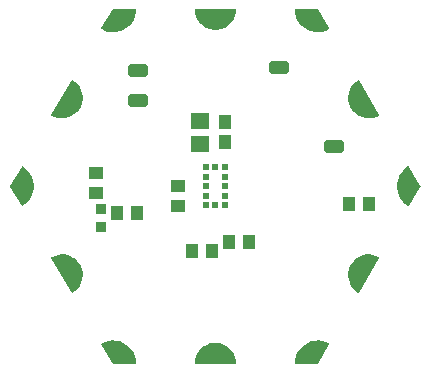
<source format=gbr>
G04 EAGLE Gerber RS-274X export*
G75*
%MOMM*%
%FSLAX34Y34*%
%LPD*%
%INSoldermask Top*%
%IPPOS*%
%AMOC8*
5,1,8,0,0,1.08239X$1,22.5*%
G01*
%ADD10R,0.901600X0.901600*%
%ADD11R,1.101600X1.201600*%
%ADD12R,1.201600X1.101600*%
%ADD13C,0.605878*%
%ADD14C,1.101600*%
%ADD15R,0.601600X0.601600*%
%ADD16R,1.601600X1.401600*%

G36*
X363231Y195709D02*
X363231Y195709D01*
X363260Y195706D01*
X363327Y195728D01*
X363397Y195742D01*
X363421Y195759D01*
X363449Y195768D01*
X363502Y195815D01*
X363561Y195855D01*
X363577Y195879D01*
X363599Y195899D01*
X363630Y195963D01*
X363668Y196022D01*
X363673Y196051D01*
X363685Y196077D01*
X363694Y196177D01*
X363701Y196219D01*
X363698Y196229D01*
X363700Y196243D01*
X363468Y199041D01*
X363458Y199075D01*
X363454Y199123D01*
X362765Y201844D01*
X362750Y201876D01*
X362738Y201922D01*
X361610Y204494D01*
X361590Y204522D01*
X361571Y204566D01*
X360035Y206917D01*
X360011Y206941D01*
X359985Y206982D01*
X358083Y209047D01*
X358055Y209068D01*
X358022Y209103D01*
X355807Y210828D01*
X355776Y210843D01*
X355738Y210873D01*
X353268Y212209D01*
X353235Y212219D01*
X353193Y212242D01*
X352007Y212650D01*
X350553Y213149D01*
X350537Y213154D01*
X350503Y213159D01*
X350457Y213174D01*
X347688Y213636D01*
X347653Y213635D01*
X347606Y213643D01*
X344798Y213643D01*
X344764Y213636D01*
X344716Y213636D01*
X341947Y213174D01*
X341914Y213162D01*
X341867Y213154D01*
X339211Y212242D01*
X339181Y212225D01*
X339136Y212209D01*
X336666Y210873D01*
X336640Y210851D01*
X336597Y210828D01*
X334382Y209103D01*
X334359Y209077D01*
X334321Y209047D01*
X332419Y206982D01*
X332401Y206952D01*
X332369Y206917D01*
X330833Y204566D01*
X330820Y204534D01*
X330794Y204494D01*
X329666Y201922D01*
X329659Y201889D01*
X329656Y201882D01*
X329650Y201873D01*
X329649Y201867D01*
X329639Y201844D01*
X328950Y199123D01*
X328948Y199088D01*
X328936Y199041D01*
X328704Y196243D01*
X328708Y196214D01*
X328703Y196185D01*
X328720Y196116D01*
X328728Y196046D01*
X328742Y196020D01*
X328749Y195992D01*
X328791Y195935D01*
X328826Y195873D01*
X328850Y195855D01*
X328867Y195832D01*
X328928Y195796D01*
X328985Y195753D01*
X329013Y195745D01*
X329038Y195730D01*
X329136Y195714D01*
X329177Y195703D01*
X329188Y195705D01*
X329202Y195703D01*
X363202Y195703D01*
X363231Y195709D01*
G37*
G36*
X347640Y478768D02*
X347640Y478768D01*
X347688Y478768D01*
X350457Y479230D01*
X350490Y479242D01*
X350537Y479250D01*
X353193Y480162D01*
X353223Y480179D01*
X353268Y480195D01*
X355738Y481531D01*
X355764Y481553D01*
X355807Y481576D01*
X358022Y483301D01*
X358045Y483327D01*
X358083Y483357D01*
X359985Y485422D01*
X360003Y485452D01*
X360035Y485487D01*
X361571Y487838D01*
X361584Y487870D01*
X361610Y487910D01*
X362738Y490482D01*
X362745Y490515D01*
X362765Y490560D01*
X363454Y493281D01*
X363456Y493316D01*
X363468Y493363D01*
X363700Y496161D01*
X363696Y496190D01*
X363701Y496219D01*
X363685Y496288D01*
X363676Y496358D01*
X363662Y496384D01*
X363655Y496412D01*
X363613Y496469D01*
X363578Y496531D01*
X363554Y496549D01*
X363537Y496572D01*
X363476Y496608D01*
X363419Y496651D01*
X363391Y496659D01*
X363366Y496674D01*
X363268Y496690D01*
X363227Y496701D01*
X363216Y496699D01*
X363202Y496701D01*
X329202Y496701D01*
X329173Y496695D01*
X329144Y496698D01*
X329077Y496676D01*
X329007Y496662D01*
X328983Y496645D01*
X328955Y496636D01*
X328902Y496589D01*
X328843Y496549D01*
X328828Y496525D01*
X328806Y496505D01*
X328774Y496441D01*
X328736Y496382D01*
X328731Y496353D01*
X328719Y496327D01*
X328710Y496227D01*
X328703Y496185D01*
X328706Y496175D01*
X328704Y496161D01*
X328936Y493363D01*
X328946Y493329D01*
X328950Y493281D01*
X329639Y490560D01*
X329654Y490528D01*
X329666Y490482D01*
X330794Y487910D01*
X330814Y487882D01*
X330833Y487838D01*
X332369Y485487D01*
X332393Y485463D01*
X332419Y485422D01*
X334321Y483357D01*
X334349Y483336D01*
X334382Y483301D01*
X336597Y481576D01*
X336628Y481561D01*
X336666Y481531D01*
X339136Y480195D01*
X339169Y480185D01*
X339211Y480162D01*
X341867Y479250D01*
X341901Y479246D01*
X341947Y479230D01*
X344716Y478768D01*
X344751Y478769D01*
X344798Y478761D01*
X347606Y478761D01*
X347640Y478768D01*
G37*
G36*
X224809Y256012D02*
X224809Y256012D01*
X224880Y256009D01*
X224907Y256019D01*
X224936Y256021D01*
X225026Y256063D01*
X225066Y256078D01*
X225074Y256086D01*
X225087Y256092D01*
X227390Y257691D01*
X227414Y257717D01*
X227454Y257744D01*
X229463Y259701D01*
X229482Y259730D01*
X229517Y259763D01*
X231176Y262024D01*
X231191Y262055D01*
X231220Y262094D01*
X232484Y264597D01*
X232493Y264631D01*
X232515Y264674D01*
X233351Y267351D01*
X233354Y267385D01*
X233369Y267431D01*
X233752Y270210D01*
X233750Y270244D01*
X233756Y270292D01*
X233677Y273095D01*
X233669Y273129D01*
X233668Y273177D01*
X233129Y275929D01*
X233115Y275961D01*
X233106Y276009D01*
X232121Y278634D01*
X232106Y278659D01*
X232101Y278679D01*
X232093Y278690D01*
X232086Y278709D01*
X230682Y281137D01*
X230659Y281163D01*
X230635Y281205D01*
X228851Y283368D01*
X228824Y283390D01*
X228793Y283427D01*
X226677Y285268D01*
X226647Y285285D01*
X226611Y285317D01*
X224220Y286784D01*
X224188Y286795D01*
X224147Y286821D01*
X221548Y287874D01*
X221514Y287881D01*
X221469Y287899D01*
X218732Y288510D01*
X218697Y288511D01*
X218650Y288522D01*
X215850Y288674D01*
X215816Y288669D01*
X215768Y288672D01*
X212980Y288362D01*
X212947Y288351D01*
X212899Y288346D01*
X210201Y287581D01*
X210171Y287565D01*
X210124Y287552D01*
X207589Y286353D01*
X207565Y286336D01*
X207538Y286326D01*
X207486Y286277D01*
X207429Y286234D01*
X207415Y286209D01*
X207394Y286189D01*
X207365Y286124D01*
X207329Y286063D01*
X207326Y286034D01*
X207314Y286007D01*
X207313Y285936D01*
X207304Y285865D01*
X207312Y285837D01*
X207312Y285808D01*
X207346Y285715D01*
X207358Y285674D01*
X207365Y285665D01*
X207370Y285652D01*
X224370Y256252D01*
X224389Y256230D01*
X224402Y256204D01*
X224455Y256156D01*
X224502Y256103D01*
X224528Y256091D01*
X224550Y256071D01*
X224617Y256048D01*
X224681Y256018D01*
X224710Y256016D01*
X224738Y256007D01*
X224809Y256012D01*
G37*
G36*
X476588Y403735D02*
X476588Y403735D01*
X476636Y403732D01*
X479424Y404042D01*
X479457Y404053D01*
X479505Y404058D01*
X482203Y404823D01*
X482233Y404839D01*
X482280Y404852D01*
X484815Y406051D01*
X484839Y406068D01*
X484866Y406078D01*
X484918Y406127D01*
X484975Y406170D01*
X484989Y406195D01*
X485011Y406215D01*
X485039Y406280D01*
X485075Y406342D01*
X485078Y406370D01*
X485090Y406397D01*
X485091Y406468D01*
X485100Y406539D01*
X485092Y406567D01*
X485092Y406596D01*
X485058Y406689D01*
X485046Y406730D01*
X485039Y406739D01*
X485034Y406752D01*
X468034Y436152D01*
X468015Y436174D01*
X468002Y436200D01*
X467949Y436248D01*
X467902Y436301D01*
X467876Y436313D01*
X467854Y436333D01*
X467787Y436356D01*
X467723Y436386D01*
X467694Y436388D01*
X467666Y436397D01*
X467595Y436392D01*
X467524Y436395D01*
X467497Y436385D01*
X467468Y436383D01*
X467378Y436341D01*
X467338Y436326D01*
X467330Y436318D01*
X467317Y436312D01*
X465014Y434713D01*
X464990Y434688D01*
X464950Y434660D01*
X462941Y432703D01*
X462922Y432674D01*
X462887Y432641D01*
X461228Y430380D01*
X461213Y430349D01*
X461184Y430310D01*
X459920Y427807D01*
X459911Y427773D01*
X459889Y427730D01*
X459053Y425053D01*
X459050Y425019D01*
X459035Y424973D01*
X458652Y422194D01*
X458654Y422160D01*
X458648Y422112D01*
X458727Y419309D01*
X458735Y419275D01*
X458736Y419227D01*
X459275Y416475D01*
X459289Y416443D01*
X459298Y416395D01*
X460283Y413770D01*
X460301Y413740D01*
X460318Y413695D01*
X461722Y411267D01*
X461745Y411241D01*
X461769Y411200D01*
X463553Y409036D01*
X463580Y409014D01*
X463611Y408977D01*
X465727Y407136D01*
X465757Y407119D01*
X465793Y407088D01*
X468184Y405620D01*
X468216Y405609D01*
X468257Y405583D01*
X470856Y404530D01*
X470890Y404523D01*
X470935Y404505D01*
X473672Y403894D01*
X473707Y403893D01*
X473754Y403882D01*
X476554Y403730D01*
X476588Y403735D01*
G37*
G36*
X467628Y256013D02*
X467628Y256013D01*
X467699Y256012D01*
X467726Y256023D01*
X467755Y256027D01*
X467817Y256061D01*
X467882Y256089D01*
X467903Y256110D01*
X467928Y256124D01*
X467991Y256200D01*
X468021Y256231D01*
X468025Y256241D01*
X468034Y256252D01*
X485034Y285652D01*
X485043Y285680D01*
X485060Y285704D01*
X485075Y285773D01*
X485097Y285841D01*
X485095Y285870D01*
X485101Y285898D01*
X485088Y285968D01*
X485082Y286039D01*
X485069Y286065D01*
X485063Y286093D01*
X485023Y286152D01*
X484991Y286215D01*
X484968Y286234D01*
X484952Y286258D01*
X484870Y286315D01*
X484837Y286342D01*
X484827Y286345D01*
X484815Y286353D01*
X482280Y287552D01*
X482246Y287560D01*
X482203Y287581D01*
X479505Y288346D01*
X479470Y288348D01*
X479424Y288362D01*
X476636Y288672D01*
X476602Y288669D01*
X476554Y288674D01*
X473754Y288522D01*
X473720Y288513D01*
X473672Y288510D01*
X470935Y287899D01*
X470903Y287885D01*
X470856Y287874D01*
X468257Y286821D01*
X468228Y286802D01*
X468184Y286784D01*
X465793Y285317D01*
X465768Y285293D01*
X465727Y285268D01*
X463611Y283427D01*
X463590Y283400D01*
X463553Y283368D01*
X461769Y281205D01*
X461753Y281174D01*
X461722Y281137D01*
X460318Y278709D01*
X460307Y278676D01*
X460300Y278663D01*
X460290Y278649D01*
X460290Y278646D01*
X460283Y278634D01*
X459298Y276009D01*
X459292Y275974D01*
X459275Y275929D01*
X458736Y273177D01*
X458736Y273143D01*
X458727Y273095D01*
X458648Y270292D01*
X458654Y270258D01*
X458652Y270210D01*
X459035Y267431D01*
X459047Y267399D01*
X459053Y267351D01*
X459889Y264674D01*
X459906Y264643D01*
X459920Y264597D01*
X461184Y262094D01*
X461206Y262067D01*
X461228Y262024D01*
X462887Y259763D01*
X462913Y259740D01*
X462941Y259701D01*
X464950Y257744D01*
X464979Y257725D01*
X465014Y257691D01*
X467317Y256092D01*
X467344Y256080D01*
X467367Y256062D01*
X467435Y256041D01*
X467500Y256013D01*
X467529Y256013D01*
X467557Y256005D01*
X467628Y256013D01*
G37*
G36*
X218650Y403882D02*
X218650Y403882D01*
X218684Y403891D01*
X218732Y403894D01*
X221469Y404505D01*
X221501Y404519D01*
X221548Y404530D01*
X224147Y405583D01*
X224176Y405602D01*
X224220Y405620D01*
X226611Y407088D01*
X226636Y407111D01*
X226677Y407136D01*
X228793Y408977D01*
X228814Y409004D01*
X228851Y409036D01*
X230635Y411200D01*
X230651Y411230D01*
X230682Y411267D01*
X232086Y413695D01*
X232097Y413728D01*
X232121Y413770D01*
X233106Y416395D01*
X233112Y416430D01*
X233129Y416475D01*
X233668Y419227D01*
X233668Y419262D01*
X233677Y419309D01*
X233756Y422112D01*
X233751Y422146D01*
X233752Y422194D01*
X233369Y424973D01*
X233357Y425005D01*
X233351Y425053D01*
X232515Y427730D01*
X232498Y427761D01*
X232484Y427807D01*
X231220Y430310D01*
X231198Y430337D01*
X231176Y430380D01*
X229517Y432641D01*
X229491Y432664D01*
X229463Y432703D01*
X227454Y434660D01*
X227425Y434679D01*
X227390Y434713D01*
X225087Y436312D01*
X225060Y436324D01*
X225037Y436342D01*
X224969Y436363D01*
X224904Y436391D01*
X224875Y436391D01*
X224847Y436399D01*
X224776Y436391D01*
X224705Y436392D01*
X224678Y436381D01*
X224649Y436377D01*
X224587Y436343D01*
X224522Y436315D01*
X224501Y436294D01*
X224476Y436280D01*
X224413Y436204D01*
X224383Y436173D01*
X224379Y436163D01*
X224370Y436152D01*
X207370Y406752D01*
X207361Y406724D01*
X207344Y406700D01*
X207329Y406631D01*
X207307Y406563D01*
X207309Y406534D01*
X207303Y406506D01*
X207316Y406436D01*
X207322Y406365D01*
X207335Y406339D01*
X207341Y406311D01*
X207381Y406252D01*
X207413Y406189D01*
X207436Y406170D01*
X207452Y406146D01*
X207534Y406089D01*
X207567Y406062D01*
X207577Y406059D01*
X207589Y406051D01*
X210124Y404852D01*
X210158Y404844D01*
X210201Y404823D01*
X212899Y404058D01*
X212934Y404056D01*
X212980Y404042D01*
X215768Y403732D01*
X215802Y403735D01*
X215850Y403730D01*
X218650Y403882D01*
G37*
G36*
X509929Y329213D02*
X509929Y329213D01*
X510000Y329213D01*
X510027Y329224D01*
X510056Y329227D01*
X510118Y329262D01*
X510183Y329290D01*
X510204Y329310D01*
X510229Y329325D01*
X510292Y329402D01*
X510322Y329432D01*
X510326Y329442D01*
X510335Y329453D01*
X519835Y345953D01*
X519845Y345985D01*
X519854Y345998D01*
X519858Y346022D01*
X519859Y346026D01*
X519890Y346096D01*
X519890Y346120D01*
X519898Y346142D01*
X519892Y346218D01*
X519893Y346295D01*
X519883Y346319D01*
X519882Y346340D01*
X519861Y346379D01*
X519835Y346451D01*
X510335Y362951D01*
X510316Y362973D01*
X510303Y362999D01*
X510250Y363047D01*
X510203Y363100D01*
X510177Y363113D01*
X510156Y363132D01*
X510088Y363155D01*
X510024Y363186D01*
X509995Y363188D01*
X509968Y363197D01*
X509896Y363192D01*
X509825Y363195D01*
X509798Y363185D01*
X509769Y363183D01*
X509679Y363141D01*
X509639Y363126D01*
X509631Y363119D01*
X509618Y363113D01*
X507095Y361371D01*
X507071Y361347D01*
X507033Y361320D01*
X504821Y359196D01*
X504802Y359168D01*
X504768Y359136D01*
X502926Y356685D01*
X502912Y356654D01*
X502883Y356617D01*
X501458Y353902D01*
X501449Y353871D01*
X501433Y353846D01*
X501432Y353838D01*
X501427Y353828D01*
X500456Y350920D01*
X500452Y350886D01*
X500437Y350842D01*
X499945Y347815D01*
X499946Y347781D01*
X499938Y347735D01*
X499938Y344669D01*
X499939Y344665D01*
X499939Y344663D01*
X499945Y344636D01*
X499945Y344589D01*
X500437Y341562D01*
X500449Y341531D01*
X500456Y341484D01*
X501427Y338576D01*
X501444Y338547D01*
X501458Y338502D01*
X502883Y335787D01*
X502905Y335761D01*
X502926Y335719D01*
X504768Y333268D01*
X504793Y333245D01*
X504821Y333208D01*
X507033Y331084D01*
X507061Y331066D01*
X507095Y331033D01*
X509618Y329291D01*
X509645Y329280D01*
X509667Y329261D01*
X509736Y329241D01*
X509801Y329213D01*
X509830Y329213D01*
X509858Y329205D01*
X509929Y329213D01*
G37*
G36*
X182508Y329212D02*
X182508Y329212D01*
X182579Y329209D01*
X182606Y329219D01*
X182635Y329221D01*
X182725Y329263D01*
X182765Y329278D01*
X182773Y329285D01*
X182786Y329291D01*
X185309Y331033D01*
X185333Y331057D01*
X185371Y331084D01*
X187583Y333208D01*
X187602Y333236D01*
X187636Y333268D01*
X189478Y335719D01*
X189492Y335750D01*
X189521Y335787D01*
X190946Y338502D01*
X190955Y338535D01*
X190977Y338576D01*
X191948Y341484D01*
X191952Y341518D01*
X191967Y341562D01*
X192459Y344589D01*
X192458Y344623D01*
X192466Y344669D01*
X192466Y347735D01*
X192459Y347768D01*
X192459Y347815D01*
X191967Y350842D01*
X191955Y350873D01*
X191948Y350920D01*
X190977Y353828D01*
X190964Y353851D01*
X190958Y353876D01*
X190951Y353885D01*
X190946Y353902D01*
X189521Y356617D01*
X189499Y356643D01*
X189478Y356685D01*
X187636Y359136D01*
X187611Y359159D01*
X187583Y359196D01*
X185371Y361320D01*
X185343Y361338D01*
X185309Y361371D01*
X182786Y363113D01*
X182759Y363124D01*
X182737Y363143D01*
X182668Y363163D01*
X182603Y363191D01*
X182574Y363191D01*
X182546Y363199D01*
X182475Y363191D01*
X182404Y363192D01*
X182377Y363180D01*
X182348Y363177D01*
X182286Y363142D01*
X182221Y363114D01*
X182200Y363094D01*
X182175Y363079D01*
X182112Y363002D01*
X182082Y362972D01*
X182078Y362962D01*
X182069Y362951D01*
X172569Y346451D01*
X172545Y346378D01*
X172514Y346308D01*
X172514Y346284D01*
X172506Y346262D01*
X172513Y346186D01*
X172512Y346109D01*
X172521Y346085D01*
X172522Y346064D01*
X172543Y346025D01*
X172562Y345973D01*
X172563Y345967D01*
X172565Y345965D01*
X172569Y345953D01*
X182069Y329453D01*
X182088Y329431D01*
X182101Y329405D01*
X182154Y329357D01*
X182201Y329304D01*
X182227Y329291D01*
X182249Y329272D01*
X182316Y329249D01*
X182380Y329218D01*
X182409Y329217D01*
X182436Y329207D01*
X182508Y329212D01*
G37*
G36*
X432878Y195718D02*
X432878Y195718D01*
X432956Y195727D01*
X432975Y195738D01*
X432997Y195742D01*
X433061Y195786D01*
X433129Y195825D01*
X433145Y195844D01*
X433161Y195855D01*
X433185Y195893D01*
X433235Y195953D01*
X442735Y212453D01*
X442744Y212480D01*
X442760Y212504D01*
X442775Y212574D01*
X442798Y212642D01*
X442795Y212670D01*
X442801Y212698D01*
X442788Y212769D01*
X442782Y212840D01*
X442769Y212865D01*
X442763Y212893D01*
X442723Y212953D01*
X442690Y213016D01*
X442668Y213034D01*
X442652Y213058D01*
X442569Y213116D01*
X442537Y213143D01*
X442526Y213146D01*
X442516Y213153D01*
X439750Y214462D01*
X439717Y214470D01*
X439674Y214490D01*
X436734Y215338D01*
X436700Y215341D01*
X436656Y215354D01*
X433618Y215719D01*
X433584Y215716D01*
X433537Y215722D01*
X430480Y215595D01*
X430447Y215587D01*
X430400Y215586D01*
X427403Y214970D01*
X427372Y214957D01*
X427326Y214948D01*
X424466Y213859D01*
X424438Y213841D01*
X424394Y213825D01*
X421746Y212291D01*
X421720Y212269D01*
X421680Y212246D01*
X419312Y210308D01*
X419290Y210281D01*
X419254Y210252D01*
X417227Y207959D01*
X417211Y207930D01*
X417179Y207895D01*
X415547Y205307D01*
X415535Y205275D01*
X415510Y205236D01*
X414314Y202419D01*
X414307Y202386D01*
X414304Y202379D01*
X414300Y202373D01*
X414299Y202367D01*
X414288Y202343D01*
X413560Y199371D01*
X413558Y199337D01*
X413547Y199292D01*
X413304Y196242D01*
X413308Y196213D01*
X413303Y196185D01*
X413320Y196116D01*
X413328Y196044D01*
X413343Y196020D01*
X413349Y195992D01*
X413392Y195934D01*
X413428Y195872D01*
X413450Y195855D01*
X413467Y195832D01*
X413529Y195795D01*
X413586Y195752D01*
X413614Y195745D01*
X413638Y195730D01*
X413738Y195714D01*
X413779Y195703D01*
X413789Y195705D01*
X413802Y195703D01*
X432802Y195703D01*
X432878Y195718D01*
G37*
G36*
X433571Y476687D02*
X433571Y476687D01*
X433618Y476685D01*
X436656Y477050D01*
X436688Y477061D01*
X436734Y477066D01*
X439674Y477914D01*
X439704Y477930D01*
X439750Y477942D01*
X442516Y479251D01*
X442538Y479268D01*
X442565Y479278D01*
X442617Y479327D01*
X442675Y479370D01*
X442689Y479395D01*
X442710Y479414D01*
X442739Y479480D01*
X442775Y479542D01*
X442778Y479570D01*
X442790Y479596D01*
X442791Y479668D01*
X442800Y479739D01*
X442792Y479766D01*
X442793Y479795D01*
X442757Y479890D01*
X442746Y479930D01*
X442739Y479939D01*
X442735Y479951D01*
X433235Y496451D01*
X433183Y496510D01*
X433137Y496572D01*
X433118Y496583D01*
X433103Y496600D01*
X433033Y496634D01*
X432966Y496674D01*
X432942Y496678D01*
X432924Y496686D01*
X432879Y496688D01*
X432802Y496701D01*
X413802Y496701D01*
X413774Y496696D01*
X413746Y496698D01*
X413678Y496676D01*
X413607Y496662D01*
X413584Y496646D01*
X413557Y496637D01*
X413502Y496590D01*
X413443Y496549D01*
X413428Y496525D01*
X413407Y496507D01*
X413375Y496442D01*
X413336Y496382D01*
X413331Y496354D01*
X413319Y496328D01*
X413310Y496227D01*
X413303Y496185D01*
X413305Y496175D01*
X413304Y496162D01*
X413547Y493112D01*
X413556Y493080D01*
X413560Y493033D01*
X414288Y490061D01*
X414303Y490030D01*
X414314Y489985D01*
X415510Y487168D01*
X415529Y487140D01*
X415547Y487097D01*
X417179Y484509D01*
X417203Y484485D01*
X417227Y484445D01*
X419254Y482152D01*
X419281Y482132D01*
X419312Y482096D01*
X421680Y480158D01*
X421710Y480142D01*
X421746Y480113D01*
X424394Y478580D01*
X424426Y478569D01*
X424466Y478545D01*
X427326Y477457D01*
X427359Y477451D01*
X427403Y477434D01*
X430400Y476818D01*
X430434Y476818D01*
X430480Y476809D01*
X433537Y476682D01*
X433571Y476687D01*
G37*
G36*
X278630Y195708D02*
X278630Y195708D01*
X278658Y195706D01*
X278726Y195728D01*
X278797Y195742D01*
X278820Y195758D01*
X278847Y195767D01*
X278902Y195814D01*
X278961Y195855D01*
X278976Y195879D01*
X278998Y195897D01*
X279029Y195962D01*
X279068Y196022D01*
X279073Y196050D01*
X279085Y196076D01*
X279094Y196177D01*
X279101Y196219D01*
X279099Y196229D01*
X279100Y196242D01*
X278857Y199292D01*
X278848Y199324D01*
X278844Y199371D01*
X278116Y202343D01*
X278101Y202374D01*
X278090Y202419D01*
X276894Y205236D01*
X276875Y205264D01*
X276857Y205307D01*
X275225Y207895D01*
X275201Y207919D01*
X275177Y207959D01*
X273150Y210252D01*
X273123Y210272D01*
X273092Y210308D01*
X270725Y212246D01*
X270694Y212262D01*
X270658Y212291D01*
X268010Y213825D01*
X267978Y213835D01*
X267938Y213859D01*
X265078Y214948D01*
X265045Y214953D01*
X265001Y214970D01*
X262004Y215586D01*
X261970Y215586D01*
X261924Y215595D01*
X258867Y215722D01*
X258833Y215717D01*
X258786Y215719D01*
X255748Y215354D01*
X255716Y215343D01*
X255670Y215338D01*
X252730Y214490D01*
X252700Y214474D01*
X252655Y214462D01*
X249889Y213153D01*
X249866Y213136D01*
X249839Y213126D01*
X249787Y213077D01*
X249729Y213034D01*
X249715Y213009D01*
X249694Y212990D01*
X249665Y212924D01*
X249629Y212862D01*
X249626Y212834D01*
X249614Y212808D01*
X249613Y212736D01*
X249604Y212665D01*
X249612Y212638D01*
X249612Y212609D01*
X249647Y212514D01*
X249658Y212474D01*
X249665Y212465D01*
X249669Y212453D01*
X259169Y195953D01*
X259221Y195895D01*
X259267Y195832D01*
X259286Y195821D01*
X259301Y195804D01*
X259371Y195770D01*
X259438Y195730D01*
X259463Y195726D01*
X259480Y195718D01*
X259525Y195716D01*
X259602Y195703D01*
X278602Y195703D01*
X278630Y195708D01*
G37*
G36*
X261924Y476809D02*
X261924Y476809D01*
X261957Y476817D01*
X262004Y476818D01*
X265001Y477434D01*
X265032Y477447D01*
X265078Y477457D01*
X267938Y478545D01*
X267967Y478563D01*
X268010Y478580D01*
X270658Y480113D01*
X270684Y480135D01*
X270725Y480158D01*
X273092Y482096D01*
X273114Y482123D01*
X273150Y482152D01*
X275177Y484445D01*
X275194Y484474D01*
X275225Y484509D01*
X276857Y487097D01*
X276869Y487129D01*
X276894Y487168D01*
X278090Y489985D01*
X278097Y490018D01*
X278116Y490061D01*
X278844Y493033D01*
X278846Y493067D01*
X278857Y493112D01*
X279100Y496162D01*
X279096Y496191D01*
X279101Y496219D01*
X279084Y496288D01*
X279076Y496360D01*
X279062Y496384D01*
X279055Y496412D01*
X279012Y496470D01*
X278977Y496532D01*
X278954Y496549D01*
X278937Y496572D01*
X278875Y496609D01*
X278818Y496652D01*
X278790Y496659D01*
X278766Y496674D01*
X278666Y496690D01*
X278625Y496701D01*
X278615Y496699D01*
X278602Y496701D01*
X259602Y496701D01*
X259526Y496686D01*
X259448Y496677D01*
X259429Y496666D01*
X259407Y496662D01*
X259343Y496618D01*
X259275Y496579D01*
X259259Y496560D01*
X259243Y496549D01*
X259219Y496511D01*
X259169Y496451D01*
X249669Y479951D01*
X249660Y479924D01*
X249644Y479900D01*
X249629Y479830D01*
X249606Y479762D01*
X249609Y479734D01*
X249603Y479706D01*
X249617Y479636D01*
X249622Y479564D01*
X249635Y479539D01*
X249641Y479511D01*
X249681Y479451D01*
X249714Y479388D01*
X249736Y479370D01*
X249752Y479346D01*
X249835Y479288D01*
X249867Y479261D01*
X249878Y479258D01*
X249889Y479251D01*
X252655Y477942D01*
X252688Y477934D01*
X252730Y477914D01*
X255670Y477066D01*
X255704Y477063D01*
X255748Y477050D01*
X258786Y476685D01*
X258820Y476688D01*
X258867Y476682D01*
X261924Y476809D01*
G37*
D10*
X249098Y327172D03*
X249098Y312172D03*
D11*
X458993Y331521D03*
X475993Y331521D03*
D12*
X245022Y340623D03*
X245022Y357623D03*
D13*
X274531Y422138D02*
X285489Y422138D01*
X285489Y417180D01*
X274531Y417180D01*
X274531Y422138D01*
X274531Y442580D02*
X285489Y442580D01*
X274531Y442580D02*
X274531Y447538D01*
X285489Y447538D01*
X285489Y442580D01*
X394520Y444713D02*
X405478Y444713D01*
X394520Y444713D02*
X394520Y449671D01*
X405478Y449671D01*
X405478Y444713D01*
X440431Y377797D02*
X451389Y377797D01*
X440431Y377797D02*
X440431Y382755D01*
X451389Y382755D01*
X451389Y377797D01*
D14*
X428802Y489302D03*
X511402Y346202D03*
X428802Y203102D03*
X263602Y203102D03*
X181002Y346202D03*
X263602Y489302D03*
X470102Y417702D03*
X470102Y274702D03*
X346202Y203102D03*
X222302Y274702D03*
X222302Y417702D03*
X346202Y489302D03*
D15*
X354189Y362342D03*
X354189Y354342D03*
X354189Y346342D03*
X354189Y338342D03*
X354189Y330342D03*
X346189Y330342D03*
X338189Y330342D03*
X338189Y338342D03*
X338189Y346342D03*
X338189Y354342D03*
X338189Y362342D03*
X346189Y362342D03*
D11*
X354203Y383409D03*
X354203Y400409D03*
D16*
X333210Y382308D03*
X333210Y401308D03*
D11*
X357539Y299415D03*
X374539Y299415D03*
X279455Y323393D03*
X262455Y323393D03*
D12*
X314630Y346422D03*
X314630Y329422D03*
D11*
X343018Y291757D03*
X326018Y291757D03*
M02*

</source>
